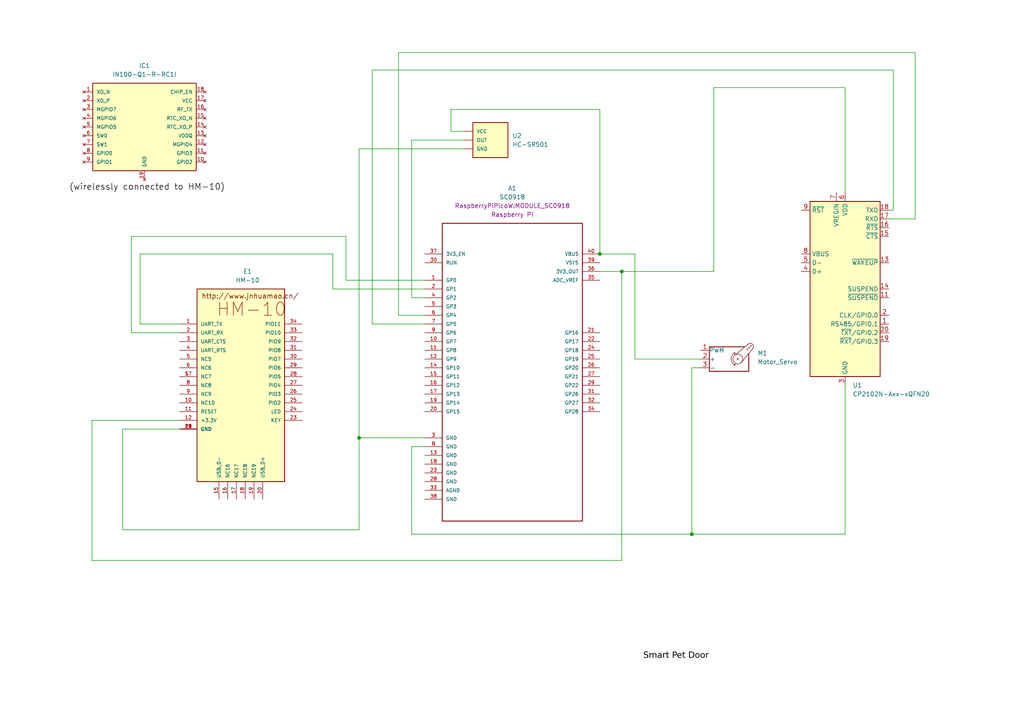
<source format=kicad_sch>
(kicad_sch (version 20231120) (generator "eeschema") (generator_version "8.0")
  (paper "A4")
  (lib_symbols
    (symbol "HC-SR501:HC-SR501" (pin_names (offset 1.016))
      (property "Reference" "U" (at -2.54 3.048 0))
      (property "Value" "HC-SR501" (at 0 0 0))
      (symbol "HC-SR501_0_0"
        (rectangle (start -2.54 -7.62) (end 7.62 2.54) (stroke (width 0.254)) (fill (type background)))
        (pin bidirectional line (at -5.08 -5.08 0) (length 2.54) (name "GND") (number "~"))
        (pin bidirectional line (at -5.08 -2.54 0) (length 2.54) (name "OUT") (number "~"))
        (pin bidirectional line (at -5.08 0 0) (length 2.54) (name "VCC") (number "~"))
      )
    )
    (symbol "INN-100:IN100-Q1-R-RC1I" (pin_names (offset 1.016))
      (property "Reference" "IC" (at 0 0 0))
      (symbol "IN100-Q1-R-RC1I_0_0"
        (rectangle (start -15 -12.7) (end 15 12.7) (stroke (width 0.25)) (fill (type background)))
        (pin no_connect line (at -17.54 10.16 0) (length 2.54) (name "XO_N") (number "1"))
        (pin no_connect line (at 17.54 -10.16 180) (length 2.54) (name "GPIO2") (number "10"))
        (pin no_connect line (at 17.54 -7.62 180) (length 2.54) (name "GPIO3") (number "11"))
        (pin no_connect line (at 17.54 -5.08 180) (length 2.54) (name "MGPIO4") (number "12"))
        (pin no_connect line (at 17.54 -2.54 180) (length 2.54) (name "VDDQ") (number "13"))
        (pin no_connect line (at 17.54 0 180) (length 2.54) (name "RTC_XO_P") (number "14"))
        (pin no_connect line (at 17.54 2.54 180) (length 2.54) (name "RTC_XO_N") (number "15"))
        (pin no_connect line (at 17.54 5.08 180) (length 2.54) (name "RF_TX") (number "16"))
        (pin no_connect line (at 17.54 7.62 180) (length 2.54) (name "VCC") (number "17"))
        (pin no_connect line (at 17.54 10.16 180) (length 2.54) (name "CHIP_EN") (number "18"))
        (pin no_connect line (at 0 -15.24 90) (length 2.54) (name "GND") (number "19"))
        (pin no_connect line (at -17.54 7.62 0) (length 2.54) (name "XO_P") (number "2"))
        (pin no_connect line (at -17.54 5.08 0) (length 2.54) (name "MGPIO7") (number "3"))
        (pin no_connect line (at -17.54 2.54 0) (length 2.54) (name "MGPIO6") (number "4"))
        (pin no_connect line (at -17.54 0 0) (length 2.54) (name "MGPIO5") (number "5"))
        (pin no_connect line (at -17.54 -2.54 0) (length 2.54) (name "SW0") (number "6"))
        (pin no_connect line (at -17.54 -5.08 0) (length 2.54) (name "SW1") (number "7"))
        (pin no_connect line (at -17.54 -7.62 0) (length 2.54) (name "GPIO0") (number "8"))
        (pin no_connect line (at -17.54 -10.16 0) (length 2.54) (name "GPIO1") (number "9"))
      )
    )
    (symbol "Interface_USB:CP2102N-Axx-xQFN20"
      (property "Reference" "U" (at -8.89 26.67 0))
      (property "Value" "CP2102N-Axx-xQFN20" (at 12.7 26.67 0))
      (symbol "CP2102N-Axx-xQFN20_0_1"
        (rectangle (start -10.16 25.4) (end 10.16 -25.4) (stroke (width 0.254)) (fill (type background)))
      )
      (symbol "CP2102N-Axx-xQFN20_1_1"
        (pin bidirectional line (at 12.7 -10.16 180) (length 2.54) (name "RS485/GPIO.1") (number "1"))
        (pin no_connect line (at -10.16 -22.86 0) (length 2.54) hide (name "NC") (number "10"))
        (pin output line (at 12.7 -2.54 180) (length 2.54) (name "~{SUSPEND}") (number "11"))
        (pin passive line (at 0 -27.94 90) (length 2.54) hide (name "GND") (number "12"))
        (pin input line (at 12.7 7.62 180) (length 2.54) (name "~{WAKEUP}") (number "13"))
        (pin output line (at 12.7 0 180) (length 2.54) (name "SUSPEND") (number "14"))
        (pin input line (at 12.7 15.24 180) (length 2.54) (name "~{CTS}") (number "15"))
        (pin output line (at 12.7 17.78 180) (length 2.54) (name "~{RTS}") (number "16"))
        (pin input line (at 12.7 20.32 180) (length 2.54) (name "RXD") (number "17"))
        (pin output line (at 12.7 22.86 180) (length 2.54) (name "TXD") (number "18"))
        (pin bidirectional line (at 12.7 -15.24 180) (length 2.54) (name "~{RXT}/GPIO.3") (number "19"))
        (pin bidirectional line (at 12.7 -7.62 180) (length 2.54) (name "CLK/GPIO.0") (number "2"))
        (pin bidirectional line (at 12.7 -12.7 180) (length 2.54) (name "~{TXT}/GPIO.2") (number "20"))
        (pin passive line (at 0 -27.94 90) (length 2.54) hide (name "GND") (number "21"))
        (pin power_in line (at 0 -27.94 90) (length 2.54) (name "GND") (number "3"))
        (pin bidirectional line (at -12.7 5.08 0) (length 2.54) (name "D+") (number "4"))
        (pin bidirectional line (at -12.7 7.62 0) (length 2.54) (name "D-") (number "5"))
        (pin power_in line (at 0 27.94 270) (length 2.54) (name "VDD") (number "6"))
        (pin power_in line (at -2.54 27.94 270) (length 2.54) (name "VREGIN") (number "7"))
        (pin input line (at -12.7 10.16 0) (length 2.54) (name "VBUS") (number "8"))
        (pin input line (at -12.7 22.86 0) (length 2.54) (name "~{RST}") (number "9"))
      )
    )
    (symbol "Motor:Motor_Servo" (pin_names (offset 0.0254))
      (property "Reference" "M" (at -5.08 4.445 0))
      (property "Value" "Motor_Servo" (at -5.08 -4.064 0))
      (symbol "Motor_Servo_0_1"
        (polyline (pts (xy 2.413 -1.778) (xy 2.032 -1.778)))
        (polyline (pts (xy 2.413 -1.778) (xy 2.286 -1.397)))
        (polyline (pts (xy 2.413 1.778) (xy 1.905 1.778)))
        (polyline (pts (xy 2.413 1.778) (xy 2.286 1.397)))
        (polyline (pts (xy 6.35 4.445) (xy 2.54 1.27)))
        (polyline (pts (xy 7.62 3.175) (xy 4.191 -1.016)))
        (polyline (pts (xy 5.08 3.556) (xy -5.08 3.556) (xy -5.08 -3.556) (xy 6.35 -3.556) (xy 6.35 1.524)) (stroke (width 0.254)))
        (arc (start 2.413 1.778) (mid 1.2406 0) (end 2.413 -1.778))
        (circle (center 3.175 0) (radius 0.1778))
        (circle (center 3.175 0) (radius 1.4224))
        (circle (center 5.969 2.794) (radius 0.127))
        (circle (center 6.477 3.302) (radius 0.127))
        (circle (center 6.985 3.81) (radius 0.127))
        (arc (start 7.62 3.175) (mid 7.4485 4.2735) (end 6.35 4.445))
      )
      (symbol "Motor_Servo_1_1"
        (pin passive line (at -7.62 2.54 0) (length 2.54) (name "PWM") (number "1"))
        (pin passive line (at -7.62 0 0) (length 2.54) (name "+") (number "2"))
        (pin passive line (at -7.62 -2.54 0) (length 2.54) (name "-") (number "3"))
      )
    )
    (symbol "RaspberryPiPicoW:SC0918" (pin_names (offset 1.016))
      (property "Reference" "A1" (at 0 58.42 0))
      (property "Value" "SC0918" (at 0 55.88 0))
      (property "Footprint" "RaspberryPiPicoW:MODULE_SC0918" (at -12.7 -46.99 0))
      (property "manufacturer" "Raspberry Pi" (at 0 53.34 0))
      (symbol "SC0918_0_0"
        (rectangle (start -20.32 -43.18) (end 20.32 43.18) (stroke (width 0.254)))
        (pin bidirectional line (at -25.4 26.67 0) (length 5.08) (name "GP0") (number "1"))
        (pin bidirectional line (at -25.4 8.89 0) (length 5.08) (name "GP7") (number "10"))
        (pin bidirectional line (at -25.4 6.35 0) (length 5.08) (name "GP8") (number "11"))
        (pin bidirectional line (at -25.4 3.81 0) (length 5.08) (name "GP9") (number "12"))
        (pin power_in line (at -25.4 -24.13 0) (length 5.08) (name "GND") (number "13"))
        (pin bidirectional line (at -25.4 1.27 0) (length 5.08) (name "GP10") (number "14"))
        (pin bidirectional line (at -25.4 -1.27 0) (length 5.08) (name "GP11") (number "15"))
        (pin bidirectional line (at -25.4 -3.81 0) (length 5.08) (name "GP12") (number "16"))
        (pin bidirectional line (at -25.4 -6.35 0) (length 5.08) (name "GP13") (number "17"))
        (pin power_in line (at -25.4 -26.67 0) (length 5.08) (name "GND") (number "18"))
        (pin bidirectional line (at -25.4 -8.89 0) (length 5.08) (name "GP14") (number "19"))
        (pin bidirectional line (at -25.4 24.13 0) (length 5.08) (name "GP1") (number "2"))
        (pin bidirectional line (at -25.4 -11.43 0) (length 5.08) (name "GP15") (number "20"))
        (pin bidirectional line (at 25.4 11.43 180) (length 5.08) (name "GP16") (number "21"))
        (pin bidirectional line (at 25.4 8.89 180) (length 5.08) (name "GP17") (number "22"))
        (pin power_in line (at -25.4 -29.21 0) (length 5.08) (name "GND") (number "23"))
        (pin bidirectional line (at 25.4 6.35 180) (length 5.08) (name "GP18") (number "24"))
        (pin bidirectional line (at 25.4 3.81 180) (length 5.08) (name "GP19") (number "25"))
        (pin bidirectional line (at 25.4 1.27 180) (length 5.08) (name "GP20") (number "26"))
        (pin bidirectional line (at 25.4 -1.27 180) (length 5.08) (name "GP21") (number "27"))
        (pin power_in line (at -25.4 -31.75 0) (length 5.08) (name "GND") (number "28"))
        (pin bidirectional line (at 25.4 -3.81 180) (length 5.08) (name "GP22") (number "29"))
        (pin power_in line (at -25.4 -19.05 0) (length 5.08) (name "GND") (number "3"))
        (pin input line (at -25.4 31.75 0) (length 5.08) (name "RUN") (number "30"))
        (pin bidirectional line (at 25.4 -6.35 180) (length 5.08) (name "GP26") (number "31"))
        (pin bidirectional line (at 25.4 -8.89 180) (length 5.08) (name "GP27") (number "32"))
        (pin power_in line (at -25.4 -34.29 0) (length 5.08) (name "AGND") (number "33"))
        (pin bidirectional line (at 25.4 -11.43 180) (length 5.08) (name "GP28") (number "34"))
        (pin power_in line (at 25.4 26.67 180) (length 5.08) (name "ADC_VREF") (number "35"))
        (pin power_in line (at 25.4 29.21 180) (length 5.08) (name "3V3_OUT") (number "36"))
        (pin input line (at -25.4 34.29 0) (length 5.08) (name "3V3_EN") (number "37"))
        (pin power_in line (at -25.4 -36.83 0) (length 5.08) (name "GND") (number "38"))
        (pin free line (at 25.4 31.75 180) (length 5.08) (name "VSYS") (number "39"))
        (pin bidirectional line (at -25.4 21.59 0) (length 5.08) (name "GP2") (number "4"))
        (pin free line (at 25.4 34.29 180) (length 5.08) (name "VBUS") (number "40"))
        (pin bidirectional line (at -25.4 19.05 0) (length 5.08) (name "GP3") (number "5"))
        (pin bidirectional line (at -25.4 16.51 0) (length 5.08) (name "GP4") (number "6"))
        (pin bidirectional line (at -25.4 13.97 0) (length 5.08) (name "GP5") (number "7"))
        (pin power_in line (at -25.4 -21.59 0) (length 5.08) (name "GND") (number "8"))
        (pin bidirectional line (at -25.4 11.43 0) (length 5.08) (name "GP6") (number "9"))
      )
    )
    (symbol "hm10:HM-10" (pin_names (offset 1.016))
      (property "Reference" "E" (at 15.24 -45.72 90))
      (property "Value" "HM-10" (at 0 0 0))
      (symbol "HM-10_0_0"
        (rectangle (start 0 -55.88) (end 25.4 0) (stroke (width 0.254)) (fill (type background)))
        (text "HM-10" (at 5.54 -8.08 0) (effects (font (size 3.81 3.81)) (justify left bottom)))
        (text "http://www.jnhuamao.cn/" (at 1.27 -1.19 0) (effects (font (size 1.4224 1.4224)) (justify left top)))
        (pin bidirectional line (at -5.08 -25.4 0) (length 5.08) (name "NC7") (number "$7"))
        (pin bidirectional line (at -5.08 -10.16 0) (length 5.08) (name "UART_TX") (number "1"))
        (pin bidirectional line (at -5.08 -33.02 0) (length 5.08) (name "NC10") (number "10"))
        (pin bidirectional line (at -5.08 -35.56 0) (length 5.08) (name "RESET") (number "11"))
        (pin bidirectional line (at -5.08 -38.1 0) (length 5.08) (name "+3.3V") (number "12"))
        (pin bidirectional line (at -5.08 -40.64 0) (length 5.08) (name "GND") (number "13"))
        (pin bidirectional line (at -5.08 -40.64 0) (length 5.08) (name "GND") (number "14"))
        (pin bidirectional line (at 6.35 -60.96 90) (length 5.08) (name "USB_D-") (number "15"))
        (pin bidirectional line (at 8.89 -60.96 90) (length 5.08) (name "NC16") (number "16"))
        (pin bidirectional line (at 11.43 -60.96 90) (length 5.08) (name "NC17") (number "17"))
        (pin bidirectional line (at 13.97 -60.96 90) (length 5.08) (name "NC18") (number "18"))
        (pin bidirectional line (at 16.51 -60.96 90) (length 5.08) (name "NC19") (number "19"))
        (pin bidirectional line (at -5.08 -12.7 0) (length 5.08) (name "UART_RX") (number "2"))
        (pin bidirectional line (at 19.05 -60.96 90) (length 5.08) (name "USB_D+") (number "20"))
        (pin bidirectional line (at -5.08 -40.64 0) (length 5.08) (name "GND") (number "21"))
        (pin bidirectional line (at -5.08 -40.64 0) (length 5.08) (name "GND") (number "22"))
        (pin bidirectional line (at 30.48 -38.1 180) (length 5.08) (name "KEY") (number "23"))
        (pin bidirectional line (at 30.48 -35.56 180) (length 5.08) (name "LED") (number "24"))
        (pin bidirectional line (at 30.48 -33.02 180) (length 5.08) (name "PIO2") (number "25"))
        (pin bidirectional line (at 30.48 -30.48 180) (length 5.08) (name "PIO3") (number "26"))
        (pin bidirectional line (at 30.48 -27.94 180) (length 5.08) (name "PIO4") (number "27"))
        (pin bidirectional line (at 30.48 -25.4 180) (length 5.08) (name "PIO5") (number "28"))
        (pin bidirectional line (at 30.48 -22.86 180) (length 5.08) (name "PIO6") (number "29"))
        (pin bidirectional line (at -5.08 -15.24 0) (length 5.08) (name "UART_CTS") (number "3"))
        (pin bidirectional line (at 30.48 -20.32 180) (length 5.08) (name "PIO7") (number "30"))
        (pin bidirectional line (at 30.48 -17.78 180) (length 5.08) (name "PIO8") (number "31"))
        (pin bidirectional line (at 30.48 -15.24 180) (length 5.08) (name "PIO9") (number "32"))
        (pin bidirectional line (at 30.48 -12.7 180) (length 5.08) (name "PIO10") (number "33"))
        (pin bidirectional line (at 30.48 -10.16 180) (length 5.08) (name "PIO11") (number "34"))
        (pin bidirectional line (at -5.08 -17.78 0) (length 5.08) (name "UART_RTS") (number "4"))
        (pin bidirectional line (at -5.08 -20.32 0) (length 5.08) (name "NC5") (number "5"))
        (pin bidirectional line (at -5.08 -22.86 0) (length 5.08) (name "NC6") (number "6"))
        (pin bidirectional line (at -5.08 -27.94 0) (length 5.08) (name "NC8") (number "8"))
        (pin bidirectional line (at -5.08 -30.48 0) (length 5.08) (name "NC9") (number "9"))
      )
    )
  )
  (junction (at 180.34 78.74))
  (junction (at 173.99 73.66))
  (junction (at 200.66 154.94))
  (junction (at 104.14 127))
  (wire (pts (xy 123.19 83.82) (xy 96.52 83.82)))
  (wire (pts (xy 265.43 63.5) (xy 257.81 63.5)))
  (wire (pts (xy 96.52 83.82) (xy 96.52 73.66)))
  (wire (pts (xy 123.19 129.54) (xy 119.38 129.54)))
  (wire (pts (xy 115.57 15.24) (xy 115.57 91.44)))
  (wire (pts (xy 35.56 124.46) (xy 52.07 124.46)))
  (wire (pts (xy 119.38 40.64) (xy 119.38 86.36)))
  (wire (pts (xy 100.33 68.58) (xy 38.1 68.58)))
  (wire (pts (xy 123.19 81.28) (xy 100.33 81.28)))
  (wire (pts (xy 119.38 86.36) (xy 123.19 86.36)))
  (wire (pts (xy 173.99 31.75) (xy 173.99 73.66)))
  (wire (pts (xy 96.52 73.66) (xy 40.64 73.66)))
  (wire (pts (xy 184.15 104.14) (xy 203.2 104.14)))
  (wire (pts (xy 259.08 60.96) (xy 259.08 20.32)))
  (wire (pts (xy 104.14 127) (xy 104.14 153.67)))
  (wire (pts (xy 180.34 162.56) (xy 26.67 162.56)))
  (wire (pts (xy 130.81 38.1) (xy 130.81 31.75)))
  (wire (pts (xy 265.43 15.24) (xy 265.43 63.5)))
  (wire (pts (xy 130.81 31.75) (xy 173.99 31.75)))
  (wire (pts (xy 119.38 154.94) (xy 200.66 154.94)))
  (wire (pts (xy 203.2 106.68) (xy 200.66 106.68)))
  (wire (pts (xy 107.95 20.32) (xy 107.95 93.98)))
  (wire (pts (xy 123.19 127) (xy 104.14 127)))
  (wire (pts (xy 26.67 162.56) (xy 26.67 121.92)))
  (wire (pts (xy 245.11 154.94) (xy 245.11 111.76)))
  (wire (pts (xy 134.62 38.1) (xy 130.81 38.1)))
  (wire (pts (xy 259.08 20.32) (xy 107.95 20.32)))
  (wire (pts (xy 134.62 40.64) (xy 119.38 40.64)))
  (wire (pts (xy 115.57 15.24) (xy 265.43 15.24)))
  (wire (pts (xy 40.64 93.98) (xy 52.07 93.98)))
  (wire (pts (xy 257.81 60.96) (xy 259.08 60.96)))
  (wire (pts (xy 100.33 81.28) (xy 100.33 68.58)))
  (wire (pts (xy 104.14 43.18) (xy 104.14 127)))
  (wire (pts (xy 104.14 153.67) (xy 35.56 153.67)))
  (wire (pts (xy 200.66 154.94) (xy 245.11 154.94)))
  (wire (pts (xy 115.57 91.44) (xy 123.19 91.44)))
  (wire (pts (xy 207.01 78.74) (xy 207.01 25.4)))
  (wire (pts (xy 40.64 73.66) (xy 40.64 93.98)))
  (wire (pts (xy 134.62 43.18) (xy 104.14 43.18)))
  (wire (pts (xy 200.66 106.68) (xy 200.66 154.94)))
  (wire (pts (xy 119.38 129.54) (xy 119.38 154.94)))
  (wire (pts (xy 38.1 96.52) (xy 52.07 96.52)))
  (wire (pts (xy 38.1 96.52) (xy 38.1 68.58)))
  (wire (pts (xy 245.11 25.4) (xy 245.11 55.88)))
  (wire (pts (xy 35.56 153.67) (xy 35.56 124.46)))
  (wire (pts (xy 173.99 73.66) (xy 184.15 73.66)))
  (wire (pts (xy 180.34 78.74) (xy 180.34 162.56)))
  (wire (pts (xy 173.99 78.74) (xy 180.34 78.74)))
  (wire (pts (xy 26.67 121.92) (xy 52.07 121.92)))
  (wire (pts (xy 207.01 25.4) (xy 245.11 25.4)))
  (wire (pts (xy 180.34 78.74) (xy 207.01 78.74)))
  (wire (pts (xy 107.95 93.98) (xy 123.19 93.98)))
  (wire (pts (xy 184.15 73.66) (xy 184.15 104.14)))
  (text "Smart Pet Door" (at 196.088 190.754 0) (effects (font (size 1.778 1.778))))
  (text "(wirelessly connected to HM-10)" (at 42.672 54.356 0) (effects (font (size 1.778 1.778))))
  (symbol (lib_id "hm10:HM-10") (at 57.15 83.82 0) (unit 1)
    (property "Reference" "E1" (at 71.8325 78.74 0))
    (property "Value" "HM-10" (at 71.8325 81.28 0))
    (property "Footprint" "HM-10:26.9X13X2.2_BOARD" (effects (hide yes)))
    (property "MF" "Jinan Huamao Technology" (effects (hide yes)))
    (property "Description_1" "\nBluetooth 4.0 module with 4pin base board that can support iphone4s or later.\n" (effects (hide yes)))
    (property "Package" "Package" (effects (hide yes)))
    (property "Price" "None" (effects (hide yes)))
    (property "SnapEDA_Link" "https://www.snapeda.com/parts/HM-10/Jinan+Huamao+Technology/view-part/?ref=snap" (effects (hide yes)))
    (property "MP" "HM-10" (effects (hide yes)))
    (property "Availability" "Not in stock" (effects (hide yes)))
    (property "Check_prices" "https://www.snapeda.com/parts/HM-10/Jinan+Huamao+Technology/view-part/?ref=eda" (effects (hide yes)))
  )
  (symbol (lib_id "HC-SR501:HC-SR501") (at 139.7 38.1 0) (unit 1)
    (property "Reference" "U2" (at 148.59 39.3699 0) (effects (justify left)))
    (property "Value" "HC-SR501" (at 148.59 41.9099 0) (effects (justify left)))
    (property "MF" "TruSens" (effects (hide yes)))
    (property "Description_1" "\n" (effects (hide yes)))
    (property "Package" "None" (effects (hide yes)))
    (property "Price" "None" (effects (hide yes)))
    (property "SnapEDA_Link" "https://www.snapeda.com/parts/HC-SR501/E%2526E/view-part/?ref=snap" (effects (hide yes)))
    (property "MP" "HC-SR501" (effects (hide yes)))
    (property "Availability" "Not in stock" (effects (hide yes)))
    (property "Check_prices" "https://www.snapeda.com/parts/HC-SR501/E%2526E/view-part/?ref=eda" (effects (hide yes)))
  )
  (symbol (lib_id "Interface_USB:CP2102N-Axx-xQFN20") (at 245.11 83.82 0) (unit 1)
    (property "Reference" "U1" (at 247.3041 111.76 0) (effects (justify left)))
    (property "Value" "CP2102N-Axx-xQFN20" (at 247.3041 114.3 0) (effects (justify left)))
    (property "Footprint" "Package_DFN_QFN:SiliconLabs_QFN-20-1EP_3x3mm_P0.5mm" (effects (hide yes)))
    (property "Datasheet" "https://www.silabs.com/documents/public/data-sheets/cp2102n-datasheet.pdf" (effects (hide yes)))
    (property "Description" "USB to UART master bridge, QFN-20" (effects (hide yes)))
  )
  (symbol (lib_id "Motor:Motor_Servo") (at 210.82 104.14 0) (unit 1)
    (property "Reference" "M1" (at 219.71 102.4365 0) (effects (justify left)))
    (property "Value" "Motor_Servo" (at 219.71 104.9765 0) (effects (justify left)))
    (property "Datasheet" "http://forums.parallax.com/uploads/attachments/46831/74481.png" (effects (hide yes)))
    (property "Description" "Servo Motor (Futaba, HiTec, JR connector)" (effects (hide yes)))
  )
  (symbol (lib_id "INN-100:IN100-Q1-R-RC1I") (at 41.91 36.83 0) (unit 1)
    (property "Reference" "IC1" (at 41.91 19.05 0))
    (property "Value" "IN100-Q1-R-RC1I" (at 41.91 21.59 0))
    (property "Footprint" "IN100-Q1-R-RC1I:QFN19P40_300X300X80L35X20T170X150N" (effects (hide yes)))
    (property "MF" "InPlay Inc" (effects (hide yes)))
    (property "Description_1" "\nIC RF Tx Only Bluetooth 2.25GHz ~ 2.55GHz 18-WQFN\n" (effects (hide yes)))
    (property "Package" "None" (effects (hide yes)))
    (property "Price" "None" (effects (hide yes)))
    (property "Check_prices" "https://www.snapeda.com/parts/IN100-Q1-R-RC1I/Lumex+Opto%252FComponents+Inc./view-part/?ref=eda" (effects (hide yes)))
    (property "VALUE" "IN100-Q1-R-RC1I" (effects (hide yes)))
    (property "DATASHEET" "https://static1.squarespace.com/static/615e15afbd5653295346d2a8/t/633b49bed645fb2ddc4d7cfd/1664829922881/IN100+datasheet.pdf" (effects (hide yes)))
    (property "SnapEDA_Link" "https://www.snapeda.com/parts/IN100-Q1-R-RC1I/Lumex+Opto%252FComponents+Inc./view-part/?ref=snap" (effects (hide yes)))
    (property "MP" "IN100-Q1-R-RC1I" (effects (hide yes)))
    (property "Availability" "In Stock" (effects (hide yes)))
    (property "MANUFACTURER" "INPLAY" (effects (hide yes)))
  )
  (symbol (lib_id "RaspberryPiPicoW:SC0918") (at 148.59 107.95 0) (unit 1)
    (property "Reference" "A1" (at 148.59 54.61 0))
    (property "Value" "SC0918" (at 148.59 57.15 0))
    (property "Footprint" "RaspberryPiPicoW:MODULE_SC0918" (at 148.59 59.69 0))
    (property "Datasheet" "https://datasheets.raspberrypi.com/picow/pico-w-datasheet.pdf" (effects (hide yes)))
    (property "manufacturer" "Raspberry Pi" (at 148.59 62.23 0))
    (property "P/N" "SC0918" (effects (hide yes)))
    (property "PARTREV" "1.6" (effects (hide yes)))
    (property "MAXIMUM_PACKAGE_HEIGHT" "3.73mm" (effects (hide yes)))
  )
)
</source>
